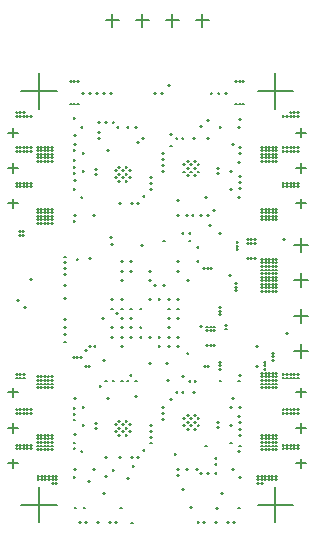
<source format=gbr>
G04*
G04 #@! TF.GenerationSoftware,Altium Limited,Altium Designer,24.8.2 (39)*
G04*
G04 Layer_Color=128*
%FSLAX25Y25*%
%MOIN*%
G70*
G04*
G04 #@! TF.SameCoordinates,30F909D6-0262-4237-A391-FF9CD089CF35*
G04*
G04*
G04 #@! TF.FilePolarity,Positive*
G04*
G01*
G75*
%ADD12C,0.00500*%
D12*
X64016Y173228D02*
X68347D01*
X66181Y171063D02*
Y175394D01*
X54016Y173228D02*
X58346D01*
X56181Y171063D02*
Y175394D01*
X44016Y173228D02*
X48346D01*
X46181Y171063D02*
Y175394D01*
X34016Y173228D02*
X38346D01*
X36181Y171063D02*
Y175394D01*
X5906Y149606D02*
X17717D01*
X11811Y143701D02*
Y155512D01*
X84646Y149606D02*
X96457D01*
X90551Y143701D02*
Y155512D01*
X5906Y11811D02*
X17717D01*
X11811Y5906D02*
Y17717D01*
X84646Y11811D02*
X96457D01*
X90551Y5906D02*
Y17717D01*
X96850Y98425D02*
X101575D01*
X99213Y96063D02*
Y100787D01*
X96850Y86614D02*
X101575D01*
X99213Y84252D02*
Y88976D01*
X1575Y124016D02*
X4724D01*
X3150Y122441D02*
Y125591D01*
X1575Y112205D02*
X4724D01*
X3150Y110630D02*
Y113779D01*
X1575Y135827D02*
X4724D01*
X3150Y134252D02*
Y137402D01*
X1575Y25591D02*
X4724D01*
X3150Y24016D02*
Y27165D01*
X1575Y49213D02*
X4724D01*
X3150Y47638D02*
Y50787D01*
X1575Y37402D02*
X4724D01*
X3150Y35827D02*
Y38976D01*
X97638Y124016D02*
X100787D01*
X99213Y122441D02*
Y125591D01*
X97638Y135827D02*
X100787D01*
X99213Y134252D02*
Y137402D01*
X97638Y112205D02*
X100787D01*
X99213Y110630D02*
Y113779D01*
X97638Y49213D02*
X100787D01*
X99213Y47638D02*
Y50787D01*
X97638Y25591D02*
X100787D01*
X99213Y24016D02*
Y27165D01*
X97638Y37402D02*
X100787D01*
X99213Y35827D02*
Y38976D01*
X96850Y74803D02*
X101575D01*
X99213Y72441D02*
Y77165D01*
X96850Y62992D02*
X101575D01*
X99213Y60630D02*
Y65354D01*
X93012Y54132D02*
X93602D01*
X93307Y53837D02*
Y54427D01*
X93012Y55313D02*
X93602D01*
X93307Y55018D02*
Y55608D01*
X94193Y54132D02*
X94784D01*
X94488Y53837D02*
Y54427D01*
X94193Y55313D02*
X94784D01*
X94488Y55018D02*
Y55608D01*
X95374Y54132D02*
X95965D01*
X95669Y53837D02*
Y54427D01*
X95374Y55313D02*
X95965D01*
X95669Y55018D02*
Y55608D01*
X96555Y54132D02*
X97146D01*
X96850Y53837D02*
Y54427D01*
X96555Y55313D02*
X97146D01*
X96850Y55018D02*
Y55608D01*
X97736Y54132D02*
X98327D01*
X98032Y53837D02*
Y54427D01*
X97736Y55313D02*
X98327D01*
X98032Y55018D02*
Y55608D01*
X61712Y52968D02*
X62303D01*
X62008Y52672D02*
Y53263D01*
X63681Y52968D02*
X64271D01*
X63976Y52672D02*
Y53263D01*
X53248Y85039D02*
X53839D01*
X53543Y84744D02*
Y85335D01*
X61021Y62205D02*
X61611D01*
X61316Y61910D02*
Y62500D01*
X59547Y54528D02*
X60138D01*
X59842Y54232D02*
Y54823D01*
X28445Y94095D02*
X29035D01*
X28740Y93799D02*
Y94390D01*
X35531Y100984D02*
X36122D01*
X35827Y100689D02*
Y101279D01*
X39075Y86614D02*
X39665D01*
X39370Y86319D02*
Y86909D01*
X42618Y5810D02*
X43209D01*
X42913Y5514D02*
Y6105D01*
X23327Y152953D02*
X23917D01*
X23622Y152657D02*
Y153248D01*
X24508Y152953D02*
X25098D01*
X24803Y152657D02*
Y153248D01*
X22146Y152953D02*
X22736D01*
X22441Y152657D02*
Y153248D01*
X78445Y152953D02*
X79035D01*
X78740Y152657D02*
Y153248D01*
X79626Y152953D02*
X80216D01*
X79921Y152657D02*
Y153248D01*
X77264Y152953D02*
X77854D01*
X77559Y152657D02*
Y153248D01*
X78445Y145472D02*
X79035D01*
X78740Y145177D02*
Y145768D01*
X79626Y145472D02*
X80216D01*
X79921Y145177D02*
Y145768D01*
X77264Y145472D02*
X77854D01*
X77559Y145177D02*
Y145768D01*
X23327Y145472D02*
X23917D01*
X23622Y145177D02*
Y145768D01*
X24508Y145472D02*
X25098D01*
X24803Y145177D02*
Y145768D01*
X22146Y145472D02*
X22736D01*
X22441Y145177D02*
Y145768D01*
X71358Y148868D02*
X71948D01*
X71653Y148573D02*
Y149164D01*
X68996Y148868D02*
X69586D01*
X69291Y148573D02*
Y149164D01*
X73721Y148868D02*
X74311D01*
X74016Y148573D02*
Y149164D01*
X54823Y151575D02*
X55413D01*
X55118Y151279D02*
Y151870D01*
X50098Y148868D02*
X50689D01*
X50393Y148573D02*
Y149164D01*
X52460Y148868D02*
X53051D01*
X52755Y148573D02*
Y149164D01*
X35532Y148868D02*
X36122D01*
X35827Y148573D02*
Y149164D01*
X28446Y148868D02*
X29036D01*
X28741Y148573D02*
Y149164D01*
X26083Y148868D02*
X26673D01*
X26378Y148573D02*
Y149164D01*
X33170Y148868D02*
X33760D01*
X33465Y148573D02*
Y149164D01*
X30807Y148868D02*
X31397D01*
X31102Y148573D02*
Y149164D01*
X70768Y10630D02*
X71358D01*
X71063Y10335D02*
Y10925D01*
X8761Y141340D02*
X9351D01*
X9056Y141044D02*
Y141635D01*
X6399Y142521D02*
X6989D01*
X6694Y142225D02*
Y142816D01*
X20177Y94488D02*
X20768D01*
X20472Y94193D02*
Y94784D01*
X68895Y90551D02*
X69485D01*
X69190Y90256D02*
Y90847D01*
X67714Y90551D02*
X68304D01*
X68009Y90256D02*
Y90847D01*
X25492Y61102D02*
X26083D01*
X25787Y60807D02*
Y61397D01*
X23130Y61102D02*
X23721D01*
X23425Y60807D02*
Y61397D01*
X24311Y61102D02*
X24902D01*
X24606Y60807D02*
Y61397D01*
X5119Y101772D02*
X5710D01*
X5414Y101476D02*
Y102067D01*
X6300Y101772D02*
X6891D01*
X6595Y101476D02*
Y102067D01*
X5119Y102953D02*
X5710D01*
X5414Y102657D02*
Y103248D01*
X6300Y102953D02*
X6891D01*
X6595Y102657D02*
Y103248D01*
X35925Y70866D02*
X36516D01*
X36220Y70571D02*
Y71161D01*
X33957Y53150D02*
X34547D01*
X34252Y52854D02*
Y53445D01*
X83405Y100295D02*
X83996D01*
X83701Y100000D02*
Y100591D01*
X81043Y100295D02*
X81634D01*
X81339Y100000D02*
Y100591D01*
X82224Y100295D02*
X82815D01*
X82520Y100000D02*
Y100591D01*
X81043Y99114D02*
X81634D01*
X81339Y98819D02*
Y99409D01*
X82224Y99114D02*
X82815D01*
X82520Y98819D02*
Y99409D01*
X83405Y99114D02*
X83996D01*
X83701Y98819D02*
Y99409D01*
X69941Y71161D02*
X70532D01*
X70236Y70866D02*
Y71457D01*
X68760Y71161D02*
X69350D01*
X69055Y70866D02*
Y71457D01*
X67579Y71161D02*
X68169D01*
X67874Y70866D02*
Y71457D01*
X69941Y69980D02*
X70532D01*
X70236Y69685D02*
Y70275D01*
X68760Y69980D02*
X69350D01*
X69055Y69685D02*
Y70275D01*
X67579Y69980D02*
X68169D01*
X67874Y69685D02*
Y70275D01*
X71752Y75197D02*
X72342D01*
X72047Y74902D02*
Y75492D01*
X71752Y76378D02*
X72342D01*
X72047Y76083D02*
Y76673D01*
X71752Y77559D02*
X72342D01*
X72047Y77264D02*
Y77854D01*
X67579Y64862D02*
X68169D01*
X67874Y64567D02*
Y65158D01*
X68760Y64862D02*
X69350D01*
X69055Y64567D02*
Y65158D01*
X69941Y64862D02*
X70532D01*
X70236Y64567D02*
Y65158D01*
X75459Y44291D02*
X76049D01*
X75754Y43996D02*
Y44587D01*
X71161Y39370D02*
X71752D01*
X71457Y39075D02*
Y39665D01*
X71161Y37795D02*
X71752D01*
X71457Y37500D02*
Y38091D01*
X64075Y23622D02*
X64665D01*
X64370Y23327D02*
Y23917D01*
X37697Y137795D02*
X38287D01*
X37992Y137500D02*
Y138091D01*
X6398Y55315D02*
X6988D01*
X6693Y55020D02*
Y55610D01*
X6398Y54134D02*
X6988D01*
X6693Y53839D02*
Y54429D01*
X5217Y55315D02*
X5807D01*
X5512Y55020D02*
Y55610D01*
X5217Y54134D02*
X5807D01*
X5512Y53839D02*
Y54429D01*
X4035Y55315D02*
X4626D01*
X4331Y55020D02*
Y55610D01*
X4035Y54134D02*
X4626D01*
X4331Y53839D02*
Y54429D01*
X59350Y102362D02*
X59941D01*
X59646Y102067D02*
Y102657D01*
X53248Y99803D02*
X53839D01*
X53543Y99508D02*
Y100098D01*
X48947Y119094D02*
X49538D01*
X49242Y118799D02*
Y119389D01*
X68602Y105118D02*
X69193D01*
X68898Y104823D02*
Y105413D01*
X71752Y102362D02*
X72342D01*
X72047Y102067D02*
Y102657D01*
X8760Y87008D02*
X9350D01*
X9055Y86713D02*
Y87303D01*
X4429Y79921D02*
X5020D01*
X4724Y79626D02*
Y80216D01*
X6763Y77756D02*
X7354D01*
X7058Y77461D02*
Y78051D01*
X66533Y90551D02*
X67123D01*
X66828Y90256D02*
Y90847D01*
X64373Y92913D02*
X64963D01*
X64668Y92618D02*
Y93209D01*
X65453Y22244D02*
X66043D01*
X65748Y21949D02*
Y22539D01*
X70374Y27362D02*
X70965D01*
X70669Y27067D02*
Y27657D01*
X70374Y25394D02*
X70965D01*
X70669Y25098D02*
Y25689D01*
X33959Y139173D02*
X34549D01*
X34254Y138878D02*
Y139469D01*
X39075Y64567D02*
X39665D01*
X39370Y64272D02*
Y64862D01*
X26673Y10827D02*
X27264D01*
X26969Y10531D02*
Y11122D01*
X84153Y58071D02*
X84744D01*
X84449Y57776D02*
Y58366D01*
X41043Y137795D02*
X41634D01*
X41339Y137500D02*
Y138091D01*
X25689Y137795D02*
X26280D01*
X25984Y137500D02*
Y138091D01*
X23524Y134843D02*
X24114D01*
X23819Y134547D02*
Y135138D01*
X20177Y88583D02*
X20768D01*
X20472Y88287D02*
Y88878D01*
X20177Y68504D02*
X20768D01*
X20472Y68209D02*
Y68799D01*
X61128Y39370D02*
X61718D01*
X61423Y39074D02*
Y39665D01*
X63490Y39370D02*
X64080D01*
X63785Y39074D02*
Y39665D01*
X62309Y38188D02*
X62899D01*
X62604Y37893D02*
Y38484D01*
X62309Y40551D02*
X62899D01*
X62604Y40255D02*
Y40846D01*
X59947Y38188D02*
X60537D01*
X60242Y37893D02*
Y38484D01*
X61128Y37007D02*
X61718D01*
X61423Y36712D02*
Y37303D01*
X63490Y37007D02*
X64080D01*
X63785Y36712D02*
Y37303D01*
X64671Y38188D02*
X65261D01*
X64966Y37893D02*
Y38484D01*
X64671Y40551D02*
X65261D01*
X64966Y40255D02*
Y40846D01*
X63490Y41732D02*
X64080D01*
X63785Y41436D02*
Y42027D01*
X61128Y41732D02*
X61718D01*
X61423Y41436D02*
Y42027D01*
X59947Y40551D02*
X60537D01*
X60242Y40255D02*
Y40846D01*
X52825Y40354D02*
X53415D01*
X53120Y40059D02*
Y40649D01*
X52825Y42323D02*
X53415D01*
X53120Y42028D02*
Y42618D01*
X38282Y122048D02*
X38872D01*
X38577Y121753D02*
Y122343D01*
X40644Y122048D02*
X41235D01*
X40939Y121753D02*
Y122343D01*
X39463Y120867D02*
X40054D01*
X39758Y120571D02*
Y121162D01*
X39463Y123229D02*
X40054D01*
X39758Y122934D02*
Y123524D01*
X37101Y120867D02*
X37691D01*
X37396Y120571D02*
Y121162D01*
X38282Y119685D02*
X38872D01*
X38577Y119390D02*
Y119981D01*
X40644Y119685D02*
X41235D01*
X40939Y119390D02*
Y119981D01*
X41825Y120867D02*
X42416D01*
X42121Y120571D02*
Y121162D01*
X41825Y123229D02*
X42416D01*
X42121Y122934D02*
Y123524D01*
X40644Y124410D02*
X41235D01*
X40939Y124115D02*
Y124705D01*
X38282Y124410D02*
X38872D01*
X38577Y124115D02*
Y124705D01*
X37101Y123229D02*
X37691D01*
X37396Y122934D02*
Y123524D01*
X57973Y108268D02*
X58563D01*
X58268Y107972D02*
Y108563D01*
X59947Y122834D02*
X60537D01*
X60242Y122539D02*
Y123129D01*
X57973Y113386D02*
X58563D01*
X58268Y113091D02*
Y113681D01*
X59947Y125196D02*
X60537D01*
X60242Y124901D02*
Y125492D01*
X61128Y124015D02*
X61718D01*
X61423Y123720D02*
Y124311D01*
X63490Y124015D02*
X64080D01*
X63785Y123720D02*
Y124311D01*
X62309Y122834D02*
X62899D01*
X62604Y122539D02*
Y123129D01*
X62309Y125196D02*
X62899D01*
X62604Y124901D02*
Y125492D01*
X61128Y121653D02*
X61718D01*
X61423Y121358D02*
Y121948D01*
X63490Y121653D02*
X64080D01*
X63785Y121358D02*
Y121948D01*
X64671Y122834D02*
X65261D01*
X64966Y122539D02*
Y123129D01*
X64671Y125196D02*
X65261D01*
X64966Y124901D02*
Y125492D01*
X63490Y126377D02*
X64080D01*
X63785Y126082D02*
Y126673D01*
X61128Y126377D02*
X61718D01*
X61423Y126082D02*
Y126673D01*
X37101Y38583D02*
X37691D01*
X37396Y38288D02*
Y38878D01*
X38282Y39764D02*
X38872D01*
X38577Y39469D02*
Y40060D01*
X40644Y39764D02*
X41235D01*
X40939Y39469D02*
Y40060D01*
X41825Y38583D02*
X42416D01*
X42121Y38288D02*
Y38878D01*
X41825Y36221D02*
X42416D01*
X42121Y35926D02*
Y36516D01*
X40644Y35040D02*
X41235D01*
X40939Y34745D02*
Y35335D01*
X38282Y35040D02*
X38872D01*
X38577Y34745D02*
Y35335D01*
X37101Y36221D02*
X37691D01*
X37396Y35926D02*
Y36516D01*
X39463Y38583D02*
X40054D01*
X39758Y38288D02*
Y38878D01*
X39463Y36221D02*
X40054D01*
X39758Y35926D02*
Y36516D01*
X40644Y37402D02*
X41235D01*
X40939Y37107D02*
Y37697D01*
X38282Y37402D02*
X38872D01*
X38577Y37107D02*
Y37697D01*
X73721Y71655D02*
X74311D01*
X74016Y71359D02*
Y71950D01*
X54626Y53347D02*
X55216D01*
X54921Y53051D02*
Y53642D01*
X54232Y59055D02*
X54823D01*
X54528Y58760D02*
Y59350D01*
X45965Y98425D02*
X46555D01*
X46260Y98130D02*
Y98721D01*
X35728Y98622D02*
X36319D01*
X36024Y98327D02*
Y98917D01*
X61122Y86614D02*
X61712D01*
X61417Y86319D02*
Y86909D01*
X48524Y59055D02*
X49114D01*
X48819Y58760D02*
Y59350D01*
X42028Y55118D02*
X42618D01*
X42323Y54823D02*
Y55413D01*
X33169Y60039D02*
X33760D01*
X33465Y59744D02*
Y60335D01*
X65453Y71457D02*
X66043D01*
X65748Y71161D02*
Y71752D01*
X57973Y67716D02*
X58563D01*
X58268Y67421D02*
Y68011D01*
X57973Y74016D02*
X58563D01*
X58268Y73721D02*
Y74311D01*
X48524Y80315D02*
X49114D01*
X48819Y80020D02*
Y80610D01*
X51673Y80315D02*
X52263D01*
X51968Y80020D02*
Y80610D01*
X20177Y84842D02*
X20768D01*
X20472Y84547D02*
Y85138D01*
X43012Y24606D02*
X43602D01*
X43307Y24311D02*
Y24902D01*
X24311Y93504D02*
X24902D01*
X24606Y93209D02*
Y93799D01*
X44587Y132555D02*
X45177D01*
X44882Y132260D02*
Y132850D01*
X48951Y117130D02*
X49542D01*
X49246Y116835D02*
Y117426D01*
X27067Y63189D02*
X27657D01*
X27362Y62894D02*
Y63484D01*
X20177Y71063D02*
X20768D01*
X20472Y70768D02*
Y71358D01*
X43799Y53150D02*
X44390D01*
X44094Y52854D02*
Y53445D01*
X57776Y21654D02*
X58366D01*
X58071Y21358D02*
Y21949D01*
X46161Y134055D02*
X46752D01*
X46457Y133760D02*
Y134350D01*
X52824Y123031D02*
X53415D01*
X53120Y122736D02*
Y123327D01*
X48947Y38386D02*
X49538D01*
X49242Y38090D02*
Y38681D01*
X50098Y85039D02*
X50689D01*
X50394Y84744D02*
Y85335D01*
X20177Y66142D02*
X20768D01*
X20472Y65847D02*
Y66437D01*
X20177Y73622D02*
X20768D01*
X20472Y73327D02*
Y73917D01*
X28248Y19685D02*
X28839D01*
X28543Y19390D02*
Y19980D01*
X44390Y112205D02*
X44980D01*
X44685Y111909D02*
Y112500D01*
X55413Y135433D02*
X56004D01*
X55709Y135138D02*
Y135728D01*
X65453Y137992D02*
X66043D01*
X65748Y137697D02*
Y138287D01*
X67815Y139961D02*
X68405D01*
X68110Y139665D02*
Y140256D01*
X77658Y96949D02*
X78248D01*
X77953Y96653D02*
Y97244D01*
X28248Y57874D02*
X28839D01*
X28543Y57579D02*
Y58169D01*
X27067Y57874D02*
X27657D01*
X27362Y57579D02*
Y58169D01*
X20177Y80709D02*
X20768D01*
X20472Y80413D02*
Y81004D01*
X67923Y57874D02*
X68513D01*
X68218Y57579D02*
Y58169D01*
X66742Y57874D02*
X67332D01*
X67037Y57579D02*
Y58169D01*
X81043Y93996D02*
X81634D01*
X81339Y93701D02*
Y94291D01*
X78445Y39173D02*
X79035D01*
X78740Y38878D02*
Y39469D01*
X77658Y99311D02*
X78248D01*
X77953Y99016D02*
Y99606D01*
X93076Y100330D02*
X93666D01*
X93371Y100034D02*
Y100625D01*
X61712Y99803D02*
X62303D01*
X62008Y99508D02*
Y100099D01*
X61712Y102362D02*
X62303D01*
X62008Y102067D02*
Y102657D01*
X94193Y68898D02*
X94784D01*
X94488Y68602D02*
Y69193D01*
X86713Y59449D02*
X87303D01*
X87008Y59153D02*
Y59744D01*
X86713Y57087D02*
X87303D01*
X87008Y56791D02*
Y57382D01*
X86713Y58268D02*
X87303D01*
X87008Y57973D02*
Y58563D01*
X89468Y62402D02*
X90059D01*
X89764Y62106D02*
Y62697D01*
X89468Y60039D02*
X90059D01*
X89764Y59744D02*
Y60335D01*
X89468Y61221D02*
X90059D01*
X89764Y60925D02*
Y61516D01*
X71752Y57087D02*
X72342D01*
X72047Y56791D02*
Y57382D01*
X71752Y59449D02*
X72342D01*
X72047Y59153D02*
Y59744D01*
X71752Y58268D02*
X72342D01*
X72047Y57973D02*
Y58563D01*
X84120Y64567D02*
X84711D01*
X84416Y64272D02*
Y64862D01*
X73721Y70474D02*
X74311D01*
X74016Y70178D02*
Y70769D01*
X77067Y83268D02*
X77657D01*
X77362Y82973D02*
Y83563D01*
X77067Y85630D02*
X77657D01*
X77362Y85335D02*
Y85925D01*
X77067Y84449D02*
X77657D01*
X77362Y84153D02*
Y84744D01*
X75065Y88189D02*
X75656D01*
X75361Y87894D02*
Y88484D01*
X64373Y97638D02*
X64963D01*
X64668Y97342D02*
Y97933D01*
X77658Y98130D02*
X78248D01*
X77953Y97835D02*
Y98425D01*
X85925Y93701D02*
X86516D01*
X86221Y93405D02*
Y93996D01*
X87106Y93701D02*
X87697D01*
X87402Y93405D02*
Y93996D01*
X85925Y90158D02*
X86516D01*
X86221Y89862D02*
Y90453D01*
X85925Y91339D02*
X86516D01*
X86221Y91043D02*
Y91634D01*
X85925Y92520D02*
X86516D01*
X86221Y92224D02*
Y92815D01*
X85925Y86614D02*
X86516D01*
X86221Y86319D02*
Y86909D01*
X85925Y87795D02*
X86516D01*
X86221Y87500D02*
Y88090D01*
X85925Y88976D02*
X86516D01*
X86221Y88681D02*
Y89272D01*
X87106Y90158D02*
X87697D01*
X87402Y89862D02*
Y90453D01*
X87106Y91339D02*
X87697D01*
X87402Y91043D02*
Y91634D01*
X87106Y92520D02*
X87697D01*
X87402Y92224D02*
Y92815D01*
X87106Y86614D02*
X87697D01*
X87402Y86319D02*
Y86909D01*
X87106Y87795D02*
X87697D01*
X87402Y87500D02*
Y88090D01*
X87106Y88976D02*
X87697D01*
X87402Y88681D02*
Y89272D01*
X82224Y93996D02*
X82815D01*
X82520Y93701D02*
Y94291D01*
X83405Y93996D02*
X83996D01*
X83701Y93701D02*
Y94291D01*
X88287Y93701D02*
X88878D01*
X88583Y93405D02*
Y93996D01*
X88287Y90158D02*
X88878D01*
X88583Y89862D02*
Y90453D01*
X88287Y91339D02*
X88878D01*
X88583Y91043D02*
Y91634D01*
X88287Y92520D02*
X88878D01*
X88583Y92224D02*
Y92815D01*
X89468Y91339D02*
X90059D01*
X89764Y91043D02*
Y91634D01*
X89468Y92520D02*
X90059D01*
X89764Y92224D02*
Y92815D01*
X89468Y93701D02*
X90059D01*
X89764Y93405D02*
Y93996D01*
X90650Y91339D02*
X91240D01*
X90945Y91043D02*
Y91634D01*
X90650Y92520D02*
X91240D01*
X90945Y92224D02*
Y92815D01*
X90650Y93701D02*
X91240D01*
X90945Y93405D02*
Y93996D01*
X90650Y90158D02*
X91240D01*
X90945Y89862D02*
Y90453D01*
X89468Y90158D02*
X90059D01*
X89764Y89862D02*
Y90453D01*
X90650Y88976D02*
X91240D01*
X90945Y88681D02*
Y89272D01*
X88287Y88976D02*
X88878D01*
X88583Y88681D02*
Y89272D01*
X89468Y88976D02*
X90059D01*
X89764Y88681D02*
Y89272D01*
X90650Y87795D02*
X91240D01*
X90945Y87500D02*
Y88090D01*
X88287Y87795D02*
X88878D01*
X88583Y87500D02*
Y88090D01*
X89468Y87795D02*
X90059D01*
X89764Y87500D02*
Y88090D01*
X90650Y86614D02*
X91240D01*
X90945Y86319D02*
Y86909D01*
X88287Y86614D02*
X88878D01*
X88583Y86319D02*
Y86909D01*
X89468Y86614D02*
X90059D01*
X89764Y86319D02*
Y86909D01*
X90650Y85433D02*
X91240D01*
X90945Y85138D02*
Y85728D01*
X88287Y85433D02*
X88878D01*
X88583Y85138D02*
Y85728D01*
X89468Y85433D02*
X90059D01*
X89764Y85138D02*
Y85728D01*
X87106Y85433D02*
X87697D01*
X87402Y85138D02*
Y85728D01*
X85925Y85433D02*
X86516D01*
X86221Y85138D02*
Y85728D01*
X90650Y84252D02*
X91240D01*
X90945Y83957D02*
Y84547D01*
X88287Y84252D02*
X88878D01*
X88583Y83957D02*
Y84547D01*
X89468Y84252D02*
X90059D01*
X89764Y83957D02*
Y84547D01*
X87106Y84252D02*
X87697D01*
X87402Y83957D02*
Y84547D01*
X85925Y84252D02*
X86516D01*
X86221Y83957D02*
Y84547D01*
X85925Y83071D02*
X86516D01*
X86221Y82776D02*
Y83366D01*
X87106Y83071D02*
X87697D01*
X87402Y82776D02*
Y83366D01*
X89468Y83071D02*
X90059D01*
X89764Y82776D02*
Y83366D01*
X88287Y83071D02*
X88878D01*
X88583Y82776D02*
Y83366D01*
X90650Y83071D02*
X91240D01*
X90945Y82776D02*
Y83366D01*
X87106Y108071D02*
X87697D01*
X87402Y107776D02*
Y108366D01*
X85925Y110433D02*
X86516D01*
X86221Y110138D02*
Y110728D01*
X87106Y110433D02*
X87697D01*
X87402Y110138D02*
Y110728D01*
X87106Y109252D02*
X87697D01*
X87402Y108957D02*
Y109547D01*
X90650Y106890D02*
X91240D01*
X90945Y106595D02*
Y107185D01*
X89468Y109252D02*
X90059D01*
X89764Y108957D02*
Y109547D01*
X88287Y106890D02*
X88878D01*
X88583Y106595D02*
Y107185D01*
X89468Y106890D02*
X90059D01*
X89764Y106595D02*
Y107185D01*
X88287Y109252D02*
X88878D01*
X88583Y108957D02*
Y109547D01*
X89468Y108071D02*
X90059D01*
X89764Y107776D02*
Y108366D01*
X89468Y110433D02*
X90059D01*
X89764Y110138D02*
Y110728D01*
X85925Y108071D02*
X86516D01*
X86221Y107776D02*
Y108366D01*
X87106Y106890D02*
X87697D01*
X87402Y106595D02*
Y107185D01*
X90650Y109252D02*
X91240D01*
X90945Y108957D02*
Y109547D01*
X88287Y108071D02*
X88878D01*
X88583Y107776D02*
Y108366D01*
X85925Y109252D02*
X86516D01*
X86221Y108957D02*
Y109547D01*
X88287Y110433D02*
X88878D01*
X88583Y110138D02*
Y110728D01*
X85925Y106890D02*
X86516D01*
X86221Y106595D02*
Y107185D01*
X90650Y108071D02*
X91240D01*
X90945Y107776D02*
Y108366D01*
X90650Y110433D02*
X91240D01*
X90945Y110138D02*
Y110728D01*
X41161Y20552D02*
X41751D01*
X41456Y20257D02*
Y20847D01*
X38740Y10827D02*
X39330D01*
X39035Y10531D02*
Y11122D01*
X23662Y10827D02*
X24252D01*
X23957Y10531D02*
Y11122D01*
X33178Y15551D02*
X33768D01*
X33473Y15256D02*
Y15846D01*
X31209Y6103D02*
X31799D01*
X31504Y5807D02*
Y6398D01*
X35146Y6103D02*
X35736D01*
X35441Y5807D02*
Y6398D01*
X37115Y6103D02*
X37705D01*
X37410Y5807D02*
Y6398D01*
X25304Y6103D02*
X25894D01*
X25599Y5807D02*
Y6398D01*
X27272Y6103D02*
X27862D01*
X27567Y5807D02*
Y6398D01*
X64674Y6103D02*
X65264D01*
X64969Y5807D02*
Y6398D01*
X70579Y6103D02*
X71169D01*
X70874Y5807D02*
Y6398D01*
X66642Y6103D02*
X67232D01*
X66937Y5807D02*
Y6398D01*
X74516Y6103D02*
X75106D01*
X74811Y5807D02*
Y6398D01*
X72548Y15551D02*
X73138D01*
X72843Y15256D02*
Y15846D01*
X78110Y10827D02*
X78700D01*
X78405Y10531D02*
Y11122D01*
X76485Y6103D02*
X77075D01*
X76780Y5807D02*
Y6398D01*
X37500Y75590D02*
X38091D01*
X37795Y75295D02*
Y75886D01*
X45374Y77165D02*
X45964D01*
X45669Y76870D02*
Y77460D01*
X42225Y77165D02*
X42815D01*
X42520Y76870D02*
Y77460D01*
X39075Y80315D02*
X39665D01*
X39370Y80020D02*
Y80610D01*
X51673Y67716D02*
X52264D01*
X51968Y67421D02*
Y68012D01*
X51673Y64567D02*
X52264D01*
X51968Y64272D02*
Y64862D01*
X60728Y23622D02*
X61319D01*
X61024Y23327D02*
Y23917D01*
X56988Y28740D02*
X57579D01*
X57284Y28445D02*
Y29035D01*
X57973Y64567D02*
X58563D01*
X58268Y64272D02*
Y64862D01*
X54823Y80315D02*
X55413D01*
X55118Y80020D02*
Y80610D01*
X59547Y16929D02*
X60138D01*
X59842Y16634D02*
Y17224D01*
X54823Y67716D02*
X55413D01*
X55118Y67421D02*
Y68012D01*
X54823Y70866D02*
X55413D01*
X55118Y70571D02*
Y71161D01*
X55413Y46850D02*
X56004D01*
X55709Y46555D02*
Y47146D01*
X52825Y44291D02*
X53415D01*
X53120Y43996D02*
Y44586D01*
X42224Y70866D02*
X42815D01*
X42520Y70571D02*
Y71161D01*
X57973Y80315D02*
X58563D01*
X58268Y80020D02*
Y80610D01*
X57973Y77165D02*
X58563D01*
X58268Y76870D02*
Y77460D01*
X62166Y11000D02*
X62756D01*
X62461Y10705D02*
Y11295D01*
X42224Y74016D02*
X42815D01*
X42520Y73721D02*
Y74311D01*
X45374Y70866D02*
X45965D01*
X45669Y70571D02*
Y71161D01*
X42421Y27559D02*
X43012D01*
X42717Y27264D02*
Y27854D01*
X45374Y67716D02*
X45965D01*
X45669Y67421D02*
Y68012D01*
X48524Y67716D02*
X49114D01*
X48819Y67421D02*
Y68012D01*
X54823Y77165D02*
X55413D01*
X55118Y76870D02*
Y77461D01*
X54823Y74016D02*
X55413D01*
X55118Y73721D02*
Y74311D01*
X54823Y64567D02*
X55413D01*
X55118Y64272D02*
Y64862D01*
X30020Y64567D02*
X30610D01*
X30315Y64272D02*
Y64862D01*
X36319Y53150D02*
X36909D01*
X36614Y52854D02*
Y53445D01*
X39075Y53150D02*
X39665D01*
X39370Y52854D02*
Y53445D01*
X41043Y53150D02*
X41634D01*
X41339Y52854D02*
Y53445D01*
X28445Y64567D02*
X29035D01*
X28740Y64272D02*
Y64862D01*
X35925Y67716D02*
X36516D01*
X36220Y67421D02*
Y68012D01*
X39075Y67716D02*
X39665D01*
X39370Y67421D02*
Y68012D01*
X42224Y67716D02*
X42815D01*
X42520Y67421D02*
Y68012D01*
X32776Y74016D02*
X33366D01*
X33071Y73721D02*
Y74311D01*
X20177Y90551D02*
X20768D01*
X20472Y90256D02*
Y90847D01*
X39075Y70866D02*
X39665D01*
X39370Y70571D02*
Y71161D01*
X39075Y77165D02*
X39665D01*
X39370Y76870D02*
Y77461D01*
X35925Y77165D02*
X36516D01*
X36220Y76870D02*
Y77461D01*
X35925Y80315D02*
X36516D01*
X36220Y80020D02*
Y80610D01*
X39075Y74016D02*
X39665D01*
X39370Y73721D02*
Y74311D01*
X20177Y92716D02*
X20768D01*
X20472Y92421D02*
Y93012D01*
X23327Y140551D02*
X23917D01*
X23622Y140256D02*
Y140847D01*
X23327Y106299D02*
X23917D01*
X23622Y106004D02*
Y106595D01*
X23327Y117126D02*
X23917D01*
X23622Y116831D02*
Y117421D01*
X23327Y129921D02*
X23917D01*
X23622Y129626D02*
Y130217D01*
X36319Y139173D02*
X36909D01*
X36614Y138878D02*
Y139469D01*
X46358Y114567D02*
X46949D01*
X46654Y114272D02*
Y114862D01*
X48947Y121063D02*
X49538D01*
X49242Y120768D02*
Y121359D01*
X43799Y137795D02*
X44390D01*
X44094Y137500D02*
Y138091D01*
X39075Y89764D02*
X39665D01*
X39370Y89468D02*
Y90059D01*
X39075Y92913D02*
X39665D01*
X39370Y92618D02*
Y93209D01*
X42224Y92913D02*
X42815D01*
X42520Y92618D02*
Y93209D01*
X42224Y89764D02*
X42815D01*
X42520Y89468D02*
Y90059D01*
X48524Y86614D02*
X49114D01*
X48819Y86319D02*
Y86909D01*
X48524Y89764D02*
X49114D01*
X48819Y89468D02*
Y90059D01*
X52825Y128937D02*
X53415D01*
X53120Y128641D02*
Y129232D01*
X55413Y131496D02*
X56004D01*
X55709Y131201D02*
Y131791D01*
X59350Y133858D02*
X59941D01*
X59646Y133563D02*
Y134153D01*
X63287Y133858D02*
X63878D01*
X63583Y133563D02*
Y134153D01*
X57382Y133858D02*
X57972D01*
X57677Y133563D02*
Y134153D01*
X60728Y108268D02*
X61319D01*
X61024Y107972D02*
Y108563D01*
X57973Y89764D02*
X58563D01*
X58268Y89469D02*
Y90059D01*
X57973Y92913D02*
X58563D01*
X58268Y92618D02*
Y93208D01*
X94193Y141339D02*
X94784D01*
X94488Y141043D02*
Y141634D01*
X93012Y141339D02*
X93602D01*
X93307Y141043D02*
Y141634D01*
X95374Y142520D02*
X95965D01*
X95669Y142224D02*
Y142815D01*
X95374Y141339D02*
X95965D01*
X95669Y141043D02*
Y141634D01*
X96555Y142520D02*
X97146D01*
X96850Y142224D02*
Y142815D01*
X96555Y141339D02*
X97146D01*
X96850Y141043D02*
Y141634D01*
X97736Y142520D02*
X98327D01*
X98032Y142224D02*
Y142815D01*
X97736Y141339D02*
X98327D01*
X98032Y141043D02*
Y141634D01*
X4036Y141340D02*
X4627D01*
X4332Y141044D02*
Y141635D01*
X4036Y142521D02*
X4627D01*
X4332Y142225D02*
Y142816D01*
X5218Y141340D02*
X5808D01*
X5513Y141044D02*
Y141635D01*
X5218Y142521D02*
X5808D01*
X5513Y142225D02*
Y142816D01*
X6399Y141340D02*
X6989D01*
X6694Y141044D02*
Y141635D01*
X7580Y141340D02*
X8170D01*
X7875Y141044D02*
Y141635D01*
X84547Y21457D02*
X85138D01*
X84842Y21161D02*
Y21752D01*
X85728Y21457D02*
X86319D01*
X86024Y21161D02*
Y21752D01*
X86910Y21457D02*
X87500D01*
X87205Y21161D02*
Y21752D01*
X88090Y21457D02*
X88681D01*
X88386Y21161D02*
Y21752D01*
X85728Y19094D02*
X86319D01*
X86024Y18799D02*
Y19390D01*
X84547Y19094D02*
X85138D01*
X84842Y18799D02*
Y19390D01*
X88090Y20276D02*
X88681D01*
X88386Y19980D02*
Y20571D01*
X89272Y20276D02*
X89862D01*
X89567Y19980D02*
Y20571D01*
X90453Y20276D02*
X91043D01*
X90748Y19980D02*
Y20571D01*
X86910Y20276D02*
X87500D01*
X87205Y19980D02*
Y20571D01*
X85728Y20276D02*
X86319D01*
X86024Y19980D02*
Y20571D01*
X84547Y20276D02*
X85138D01*
X84842Y19980D02*
Y20571D01*
X89272Y21457D02*
X89862D01*
X89567Y21161D02*
Y21752D01*
X90453Y21457D02*
X91043D01*
X90748Y21161D02*
Y21752D01*
X93012Y30510D02*
X93602D01*
X93307Y30215D02*
Y30805D01*
X93012Y31691D02*
X93602D01*
X93307Y31396D02*
Y31986D01*
X94193Y30510D02*
X94784D01*
X94488Y30215D02*
Y30805D01*
X94193Y31691D02*
X94784D01*
X94488Y31396D02*
Y31986D01*
X95374Y30510D02*
X95965D01*
X95669Y30215D02*
Y30805D01*
X95374Y31691D02*
X95965D01*
X95669Y31396D02*
Y31986D01*
X96555Y30510D02*
X97146D01*
X96850Y30215D02*
Y30805D01*
X96555Y31691D02*
X97146D01*
X96850Y31396D02*
Y31986D01*
X97736Y30510D02*
X98327D01*
X98032Y30215D02*
Y30805D01*
X97736Y31691D02*
X98327D01*
X98032Y31396D02*
Y31986D01*
X97736Y43502D02*
X98327D01*
X98032Y43207D02*
Y43797D01*
X97736Y42321D02*
X98327D01*
X98032Y42026D02*
Y42616D01*
X96555Y43502D02*
X97146D01*
X96850Y43207D02*
Y43797D01*
X96555Y42321D02*
X97146D01*
X96850Y42026D02*
Y42616D01*
X95374Y43502D02*
X95965D01*
X95669Y43207D02*
Y43797D01*
X95374Y42321D02*
X95965D01*
X95669Y42026D02*
Y42616D01*
X94193Y43502D02*
X94784D01*
X94488Y43207D02*
Y43797D01*
X94193Y42321D02*
X94784D01*
X94488Y42026D02*
Y42616D01*
X93012Y43502D02*
X93602D01*
X93307Y43207D02*
Y43797D01*
X93012Y42321D02*
X93602D01*
X93307Y42026D02*
Y42616D01*
X8761Y130906D02*
X9351D01*
X9056Y130611D02*
Y131202D01*
X8761Y129725D02*
X9351D01*
X9056Y129430D02*
Y130021D01*
X7580Y130906D02*
X8170D01*
X7875Y130611D02*
Y131202D01*
X7580Y129725D02*
X8170D01*
X7875Y129430D02*
Y130021D01*
X6399Y130906D02*
X6989D01*
X6694Y130611D02*
Y131202D01*
X6399Y129725D02*
X6989D01*
X6694Y129430D02*
Y130021D01*
X5218Y130906D02*
X5808D01*
X5513Y130611D02*
Y131202D01*
X5218Y129725D02*
X5808D01*
X5513Y129430D02*
Y130021D01*
X4036Y130906D02*
X4627D01*
X4332Y130611D02*
Y131202D01*
X4036Y129725D02*
X4627D01*
X4332Y129430D02*
Y130021D01*
X4036Y117914D02*
X4627D01*
X4332Y117619D02*
Y118210D01*
X4036Y119095D02*
X4627D01*
X4332Y118800D02*
Y119391D01*
X5218Y117914D02*
X5808D01*
X5513Y117619D02*
Y118210D01*
X5218Y119095D02*
X5808D01*
X5513Y118800D02*
Y119391D01*
X6399Y117914D02*
X6989D01*
X6694Y117619D02*
Y118210D01*
X6399Y119095D02*
X6989D01*
X6694Y118800D02*
Y119391D01*
X7580Y117914D02*
X8170D01*
X7875Y117619D02*
Y118210D01*
X7580Y119095D02*
X8170D01*
X7875Y118800D02*
Y119391D01*
X8761Y117914D02*
X9351D01*
X9056Y117619D02*
Y118210D01*
X8761Y119095D02*
X9351D01*
X9056Y118800D02*
Y119391D01*
X93012Y117913D02*
X93602D01*
X93307Y117618D02*
Y118209D01*
X93012Y119095D02*
X93602D01*
X93307Y118799D02*
Y119390D01*
X94193Y117913D02*
X94784D01*
X94488Y117618D02*
Y118209D01*
X94193Y119095D02*
X94784D01*
X94488Y118799D02*
Y119390D01*
X95374Y117913D02*
X95965D01*
X95669Y117618D02*
Y118209D01*
X95374Y119095D02*
X95965D01*
X95669Y118799D02*
Y119390D01*
X96555Y117913D02*
X97146D01*
X96850Y117618D02*
Y118209D01*
X96555Y119095D02*
X97146D01*
X96850Y118799D02*
Y119390D01*
X97736Y117913D02*
X98327D01*
X98032Y117618D02*
Y118209D01*
X97736Y119095D02*
X98327D01*
X98032Y118799D02*
Y119390D01*
X97736Y130905D02*
X98327D01*
X98032Y130610D02*
Y131201D01*
X97736Y129724D02*
X98327D01*
X98032Y129429D02*
Y130020D01*
X96555Y130905D02*
X97146D01*
X96850Y130610D02*
Y131201D01*
X96555Y129724D02*
X97146D01*
X96850Y129429D02*
Y130020D01*
X95374Y130905D02*
X95965D01*
X95669Y130610D02*
Y131201D01*
X95374Y129724D02*
X95965D01*
X95669Y129429D02*
Y130020D01*
X94193Y130905D02*
X94784D01*
X94488Y130610D02*
Y131201D01*
X94193Y129724D02*
X94784D01*
X94488Y129429D02*
Y130020D01*
X93012Y130905D02*
X93602D01*
X93307Y130610D02*
Y131201D01*
X93012Y129724D02*
X93602D01*
X93307Y129429D02*
Y130020D01*
X8760Y31693D02*
X9350D01*
X9055Y31398D02*
Y31988D01*
X8760Y30512D02*
X9350D01*
X9055Y30217D02*
Y30807D01*
X7579Y31693D02*
X8169D01*
X7874Y31398D02*
Y31988D01*
X7579Y30512D02*
X8169D01*
X7874Y30217D02*
Y30807D01*
X6398Y31693D02*
X6988D01*
X6693Y31398D02*
Y31988D01*
X6398Y30512D02*
X6988D01*
X6693Y30217D02*
Y30807D01*
X5217Y31693D02*
X5807D01*
X5512Y31398D02*
Y31988D01*
X5217Y30512D02*
X5807D01*
X5512Y30217D02*
Y30807D01*
X4035Y31693D02*
X4626D01*
X4331Y31398D02*
Y31988D01*
X4035Y30512D02*
X4626D01*
X4331Y30217D02*
Y30807D01*
X4035Y42323D02*
X4626D01*
X4331Y42028D02*
Y42618D01*
X4035Y43504D02*
X4626D01*
X4331Y43209D02*
Y43799D01*
X5217Y42323D02*
X5807D01*
X5512Y42028D02*
Y42618D01*
X5217Y43504D02*
X5807D01*
X5512Y43209D02*
Y43799D01*
X6398Y42323D02*
X6988D01*
X6693Y42028D02*
Y42618D01*
X6398Y43504D02*
X6988D01*
X6693Y43209D02*
Y43799D01*
X7579Y42323D02*
X8169D01*
X7874Y42028D02*
Y42618D01*
X7579Y43504D02*
X8169D01*
X7874Y43209D02*
Y43799D01*
X8760Y42323D02*
X9350D01*
X9055Y42028D02*
Y42618D01*
X8760Y43504D02*
X9350D01*
X9055Y43209D02*
Y43799D01*
X17224Y19094D02*
X17815D01*
X17520Y18799D02*
Y19390D01*
X16043Y19094D02*
X16634D01*
X16339Y18799D02*
Y19390D01*
X14862Y20276D02*
X15453D01*
X15157Y19980D02*
Y20571D01*
X16043Y20276D02*
X16634D01*
X16339Y19980D02*
Y20571D01*
X17224Y20276D02*
X17815D01*
X17520Y19980D02*
Y20571D01*
X13681Y20276D02*
X14272D01*
X13976Y19980D02*
Y20571D01*
X12500Y20276D02*
X13091D01*
X12795Y19980D02*
Y20571D01*
X11319Y20276D02*
X11909D01*
X11614Y19980D02*
Y20571D01*
X17224Y21457D02*
X17815D01*
X17520Y21161D02*
Y21752D01*
X16043Y21457D02*
X16634D01*
X16339Y21161D02*
Y21752D01*
X14862Y21457D02*
X15453D01*
X15157Y21161D02*
Y21752D01*
X13681Y21457D02*
X14272D01*
X13976Y21161D02*
Y21752D01*
X12500Y21457D02*
X13091D01*
X12795Y21161D02*
Y21752D01*
X11319Y21457D02*
X11909D01*
X11614Y21161D02*
Y21752D01*
X15846Y54528D02*
X16437D01*
X16142Y54232D02*
Y54823D01*
X15846Y53347D02*
X16437D01*
X16142Y53051D02*
Y53642D01*
X15846Y52165D02*
X16437D01*
X16142Y51870D02*
Y52461D01*
X15846Y50984D02*
X16437D01*
X16142Y50689D02*
Y51279D01*
X11122Y54527D02*
X11713D01*
X11417Y54232D02*
Y54823D01*
X12303Y54527D02*
X12894D01*
X12598Y54232D02*
Y54823D01*
X13484Y54527D02*
X14075D01*
X13780Y54232D02*
Y54823D01*
X14665Y54527D02*
X15256D01*
X14961Y54232D02*
Y54823D01*
X11122Y53347D02*
X11713D01*
X11417Y53051D02*
Y53642D01*
X12303Y53347D02*
X12894D01*
X12598Y53051D02*
Y53642D01*
X13484Y53347D02*
X14075D01*
X13780Y53051D02*
Y53642D01*
X14665Y53347D02*
X15256D01*
X14961Y53051D02*
Y53642D01*
X14665Y52165D02*
X15256D01*
X14961Y51870D02*
Y52461D01*
X13484Y52165D02*
X14075D01*
X13780Y51870D02*
Y52461D01*
X12303Y52165D02*
X12894D01*
X12598Y51870D02*
Y52461D01*
X11122Y52165D02*
X11713D01*
X11417Y51870D02*
Y52461D01*
X11122Y50984D02*
X11713D01*
X11417Y50689D02*
Y51279D01*
X12303Y50984D02*
X12894D01*
X12598Y50689D02*
Y51279D01*
X13484Y50984D02*
X14075D01*
X13780Y50689D02*
Y51279D01*
X14665Y50984D02*
X15256D01*
X14961Y50689D02*
Y51279D01*
X90650Y131102D02*
X91240D01*
X90945Y130807D02*
Y131398D01*
X89468Y131102D02*
X90059D01*
X89764Y130807D02*
Y131398D01*
X88287Y131102D02*
X88878D01*
X88583Y130807D02*
Y131398D01*
X87106Y131102D02*
X87697D01*
X87402Y130807D02*
Y131398D01*
X85925Y131102D02*
X86516D01*
X86221Y130807D02*
Y131398D01*
X90650Y129921D02*
X91240D01*
X90945Y129626D02*
Y130217D01*
X89468Y129921D02*
X90059D01*
X89764Y129626D02*
Y130217D01*
X88287Y129921D02*
X88878D01*
X88583Y129626D02*
Y130217D01*
X87106Y129921D02*
X87697D01*
X87402Y129626D02*
Y130217D01*
X85925Y129921D02*
X86516D01*
X86221Y129626D02*
Y130217D01*
X85925Y128740D02*
X86516D01*
X86221Y128445D02*
Y129035D01*
X87106Y128740D02*
X87697D01*
X87402Y128445D02*
Y129035D01*
X88287Y128740D02*
X88878D01*
X88583Y128445D02*
Y129035D01*
X89468Y128740D02*
X90059D01*
X89764Y128445D02*
Y129035D01*
X90650Y128740D02*
X91240D01*
X90945Y128445D02*
Y129035D01*
X85925Y127559D02*
X86516D01*
X86221Y127264D02*
Y127854D01*
X87106Y127559D02*
X87697D01*
X87402Y127264D02*
Y127854D01*
X88287Y127559D02*
X88878D01*
X88583Y127264D02*
Y127854D01*
X89468Y127559D02*
X90059D01*
X89764Y127264D02*
Y127854D01*
X90650Y127559D02*
X91240D01*
X90945Y127264D02*
Y127854D01*
X90650Y126378D02*
X91240D01*
X90945Y126083D02*
Y126673D01*
X89468Y126378D02*
X90059D01*
X89764Y126083D02*
Y126673D01*
X88287Y126378D02*
X88878D01*
X88583Y126083D02*
Y126673D01*
X87106Y126378D02*
X87697D01*
X87402Y126083D02*
Y126673D01*
X85925Y126378D02*
X86516D01*
X86221Y126083D02*
Y126673D01*
X15846Y35039D02*
X16437D01*
X16142Y34744D02*
Y35335D01*
X14665Y35039D02*
X15256D01*
X14961Y34744D02*
Y35335D01*
X13484Y35039D02*
X14075D01*
X13780Y34744D02*
Y35335D01*
X12303Y35039D02*
X12894D01*
X12598Y34744D02*
Y35335D01*
X11122Y35039D02*
X11713D01*
X11417Y34744D02*
Y35335D01*
X11122Y33858D02*
X11713D01*
X11417Y33563D02*
Y34154D01*
X12303Y33858D02*
X12894D01*
X12598Y33563D02*
Y34154D01*
X13484Y33858D02*
X14075D01*
X13780Y33563D02*
Y34154D01*
X14665Y33858D02*
X15256D01*
X14961Y33563D02*
Y34154D01*
X15846Y33858D02*
X16437D01*
X16142Y33563D02*
Y34154D01*
X11122Y32677D02*
X11713D01*
X11417Y32382D02*
Y32972D01*
X12303Y32677D02*
X12894D01*
X12598Y32382D02*
Y32972D01*
X13484Y32677D02*
X14075D01*
X13780Y32382D02*
Y32972D01*
X14665Y32677D02*
X15256D01*
X14961Y32382D02*
Y32972D01*
X15846Y32677D02*
X16437D01*
X16142Y32382D02*
Y32972D01*
X15846Y31496D02*
X16437D01*
X16142Y31201D02*
Y31791D01*
X14665Y31496D02*
X15256D01*
X14961Y31201D02*
Y31791D01*
X13484Y31496D02*
X14075D01*
X13780Y31201D02*
Y31791D01*
X12303Y31496D02*
X12894D01*
X12598Y31201D02*
Y31791D01*
X11122Y31496D02*
X11713D01*
X11417Y31201D02*
Y31791D01*
X15846Y30315D02*
X16437D01*
X16142Y30020D02*
Y30610D01*
X14665Y30315D02*
X15256D01*
X14961Y30020D02*
Y30610D01*
X13484Y30315D02*
X14075D01*
X13780Y30020D02*
Y30610D01*
X12303Y30315D02*
X12894D01*
X12598Y30020D02*
Y30610D01*
X11122Y30315D02*
X11713D01*
X11417Y30020D02*
Y30610D01*
X90650Y50984D02*
X91240D01*
X90945Y50689D02*
Y51279D01*
X89468Y50984D02*
X90059D01*
X89764Y50689D02*
Y51279D01*
X88287Y50984D02*
X88878D01*
X88583Y50689D02*
Y51279D01*
X87106Y50984D02*
X87697D01*
X87402Y50689D02*
Y51279D01*
X85925Y50984D02*
X86516D01*
X86221Y50689D02*
Y51279D01*
X90650Y52165D02*
X91240D01*
X90945Y51870D02*
Y52461D01*
X89468Y52165D02*
X90059D01*
X89764Y51870D02*
Y52461D01*
X88287Y52165D02*
X88878D01*
X88583Y51870D02*
Y52461D01*
X87106Y52165D02*
X87697D01*
X87402Y51870D02*
Y52461D01*
X85925Y52165D02*
X86516D01*
X86221Y51870D02*
Y52461D01*
X90650Y53347D02*
X91240D01*
X90945Y53051D02*
Y53642D01*
X89468Y53347D02*
X90059D01*
X89764Y53051D02*
Y53642D01*
X88287Y53347D02*
X88878D01*
X88583Y53051D02*
Y53642D01*
X87106Y53347D02*
X87697D01*
X87402Y53051D02*
Y53642D01*
X85925Y53347D02*
X86516D01*
X86221Y53051D02*
Y53642D01*
X90650Y54528D02*
X91240D01*
X90945Y54232D02*
Y54823D01*
X89468Y54528D02*
X90059D01*
X89764Y54232D02*
Y54823D01*
X88287Y54528D02*
X88878D01*
X88583Y54232D02*
Y54823D01*
X87106Y54528D02*
X87697D01*
X87402Y54232D02*
Y54823D01*
X85925Y54528D02*
X86516D01*
X86221Y54232D02*
Y54823D01*
X90650Y55709D02*
X91240D01*
X90945Y55413D02*
Y56004D01*
X89468Y55709D02*
X90059D01*
X89764Y55413D02*
Y56004D01*
X88287Y55709D02*
X88878D01*
X88583Y55413D02*
Y56004D01*
X87106Y55709D02*
X87697D01*
X87402Y55413D02*
Y56004D01*
X85925Y55709D02*
X86516D01*
X86221Y55413D02*
Y56004D01*
X85925Y30315D02*
X86516D01*
X86221Y30020D02*
Y30610D01*
X87106Y30315D02*
X87697D01*
X87402Y30020D02*
Y30610D01*
X88287Y30315D02*
X88878D01*
X88583Y30020D02*
Y30610D01*
X89468Y30315D02*
X90059D01*
X89764Y30020D02*
Y30610D01*
X90650Y30315D02*
X91240D01*
X90945Y30020D02*
Y30610D01*
X85925Y31496D02*
X86516D01*
X86221Y31201D02*
Y31791D01*
X87106Y31496D02*
X87697D01*
X87402Y31201D02*
Y31791D01*
X88287Y31496D02*
X88878D01*
X88583Y31201D02*
Y31791D01*
X89468Y31496D02*
X90059D01*
X89764Y31201D02*
Y31791D01*
X90650Y31496D02*
X91240D01*
X90945Y31201D02*
Y31791D01*
X90650Y32677D02*
X91240D01*
X90945Y32382D02*
Y32972D01*
X89468Y32677D02*
X90059D01*
X89764Y32382D02*
Y32972D01*
X88287Y32677D02*
X88878D01*
X88583Y32382D02*
Y32972D01*
X87106Y32677D02*
X87697D01*
X87402Y32382D02*
Y32972D01*
X85925Y32677D02*
X86516D01*
X86221Y32382D02*
Y32972D01*
X90650Y33858D02*
X91240D01*
X90945Y33563D02*
Y34154D01*
X89468Y33858D02*
X90059D01*
X89764Y33563D02*
Y34154D01*
X88287Y33858D02*
X88878D01*
X88583Y33563D02*
Y34154D01*
X87106Y33858D02*
X87697D01*
X87402Y33563D02*
Y34154D01*
X85925Y33858D02*
X86516D01*
X86221Y33563D02*
Y34154D01*
X90650Y35039D02*
X91240D01*
X90945Y34744D02*
Y35335D01*
X89468Y35039D02*
X90059D01*
X89764Y34744D02*
Y35335D01*
X88287Y35039D02*
X88878D01*
X88583Y34744D02*
Y35335D01*
X87106Y35039D02*
X87697D01*
X87402Y34744D02*
Y35335D01*
X85925Y35039D02*
X86516D01*
X86221Y34744D02*
Y35335D01*
X15846Y126378D02*
X16437D01*
X16142Y126083D02*
Y126673D01*
X14665Y126378D02*
X15256D01*
X14961Y126083D02*
Y126673D01*
X13484Y126378D02*
X14075D01*
X13780Y126083D02*
Y126673D01*
X12303Y126378D02*
X12894D01*
X12598Y126083D02*
Y126673D01*
X11122Y126378D02*
X11713D01*
X11417Y126083D02*
Y126673D01*
X15846Y105709D02*
X16437D01*
X16142Y105413D02*
Y106004D01*
X14665Y105709D02*
X15256D01*
X14961Y105413D02*
Y106004D01*
X13484Y105709D02*
X14075D01*
X13780Y105413D02*
Y106004D01*
X12303Y105709D02*
X12894D01*
X12598Y105413D02*
Y106004D01*
X11122Y105709D02*
X11713D01*
X11417Y105413D02*
Y106004D01*
X15846Y106890D02*
X16437D01*
X16142Y106595D02*
Y107185D01*
X14665Y106890D02*
X15256D01*
X14961Y106595D02*
Y107185D01*
X13484Y106890D02*
X14075D01*
X13780Y106595D02*
Y107185D01*
X12303Y106890D02*
X12894D01*
X12598Y106595D02*
Y107185D01*
X11122Y106890D02*
X11713D01*
X11417Y106595D02*
Y107185D01*
X15846Y108071D02*
X16437D01*
X16142Y107776D02*
Y108366D01*
X14665Y108071D02*
X15256D01*
X14961Y107776D02*
Y108366D01*
X13484Y108071D02*
X14075D01*
X13780Y107776D02*
Y108366D01*
X12303Y108071D02*
X12894D01*
X12598Y107776D02*
Y108366D01*
X11122Y108071D02*
X11713D01*
X11417Y107776D02*
Y108366D01*
X15846Y109252D02*
X16437D01*
X16142Y108957D02*
Y109547D01*
X14665Y109252D02*
X15256D01*
X14961Y108957D02*
Y109547D01*
X13484Y109252D02*
X14075D01*
X13780Y108957D02*
Y109547D01*
X12303Y109252D02*
X12894D01*
X12598Y108957D02*
Y109547D01*
X11122Y109252D02*
X11713D01*
X11417Y108957D02*
Y109547D01*
X15846Y110433D02*
X16437D01*
X16142Y110138D02*
Y110728D01*
X14665Y110433D02*
X15256D01*
X14961Y110138D02*
Y110728D01*
X13484Y110433D02*
X14075D01*
X13780Y110138D02*
Y110728D01*
X12303Y110433D02*
X12894D01*
X12598Y110138D02*
Y110728D01*
X11122Y110433D02*
X11713D01*
X11417Y110138D02*
Y110728D01*
X15846Y127559D02*
X16437D01*
X16142Y127264D02*
Y127854D01*
X14665Y127559D02*
X15256D01*
X14961Y127264D02*
Y127854D01*
X13484Y127559D02*
X14075D01*
X13780Y127264D02*
Y127854D01*
X12303Y127559D02*
X12894D01*
X12598Y127264D02*
Y127854D01*
X11122Y127559D02*
X11713D01*
X11417Y127264D02*
Y127854D01*
X15846Y128740D02*
X16437D01*
X16142Y128445D02*
Y129035D01*
X14665Y128740D02*
X15256D01*
X14961Y128445D02*
Y129035D01*
X13484Y128740D02*
X14075D01*
X13780Y128445D02*
Y129035D01*
X12303Y128740D02*
X12894D01*
X12598Y128445D02*
Y129035D01*
X11122Y128740D02*
X11713D01*
X11417Y128445D02*
Y129035D01*
X11122Y129921D02*
X11713D01*
X11417Y129626D02*
Y130217D01*
X12303Y129921D02*
X12894D01*
X12598Y129626D02*
Y130217D01*
X13484Y129921D02*
X14075D01*
X13780Y129626D02*
Y130217D01*
X14665Y129921D02*
X15256D01*
X14961Y129626D02*
Y130217D01*
X15846Y129921D02*
X16437D01*
X16142Y129626D02*
Y130217D01*
X11122Y131102D02*
X11713D01*
X11417Y130807D02*
Y131398D01*
X12303Y131102D02*
X12894D01*
X12598Y130807D02*
Y131398D01*
X13484Y131102D02*
X14075D01*
X13780Y130807D02*
Y131398D01*
X14665Y131102D02*
X15256D01*
X14961Y130807D02*
Y131398D01*
X15846Y131102D02*
X16437D01*
X16142Y130807D02*
Y131398D01*
X26313Y123031D02*
X26903D01*
X26608Y122736D02*
Y123327D01*
X29764Y108268D02*
X30354D01*
X30059Y107973D02*
Y108563D01*
X23524Y108268D02*
X24114D01*
X23819Y107973D02*
Y108563D01*
X23524Y131890D02*
X24114D01*
X23819Y131595D02*
Y132185D01*
X23524Y120079D02*
X24114D01*
X23819Y119783D02*
Y120374D01*
X25689Y114173D02*
X26280D01*
X25984Y113878D02*
Y114469D01*
X42421Y112205D02*
X43012D01*
X42717Y111909D02*
Y112500D01*
X38484Y112205D02*
X39075D01*
X38780Y111909D02*
Y112500D01*
X23327Y126575D02*
X23917D01*
X23622Y126279D02*
Y126870D01*
X26313Y128937D02*
X26903D01*
X26608Y128642D02*
Y129232D01*
X23327Y124409D02*
X23917D01*
X23622Y124114D02*
Y124705D01*
X34547Y129921D02*
X35138D01*
X34843Y129626D02*
Y130217D01*
X30610Y123622D02*
X31201D01*
X30906Y123327D02*
Y123917D01*
X30610Y122047D02*
X31201D01*
X30906Y121752D02*
Y122343D01*
X31398Y139173D02*
X31988D01*
X31693Y138878D02*
Y139469D01*
X31398Y134055D02*
X31988D01*
X31693Y133760D02*
Y134350D01*
X31398Y136024D02*
X31988D01*
X31693Y135728D02*
Y136319D01*
X23327Y122244D02*
X23917D01*
X23622Y121949D02*
Y122539D01*
X78248Y41339D02*
X78839D01*
X78543Y41043D02*
Y41634D01*
X78445Y31496D02*
X79035D01*
X78740Y31201D02*
Y31791D01*
X78445Y55118D02*
X79035D01*
X78740Y54823D02*
Y55413D01*
X67813Y22244D02*
X68403D01*
X68108Y21949D02*
Y22539D01*
X70374Y22244D02*
X70965D01*
X70669Y21949D02*
Y22539D01*
X78445Y20866D02*
X79035D01*
X78740Y20571D02*
Y21161D01*
X67224Y31496D02*
X67815D01*
X67520Y31201D02*
Y31791D01*
X78445Y37008D02*
X79035D01*
X78740Y36713D02*
Y37303D01*
X75459Y32480D02*
X76049D01*
X75754Y32185D02*
Y32776D01*
X78445Y34843D02*
X79035D01*
X78740Y34547D02*
Y35138D01*
X78445Y44291D02*
X79035D01*
X78740Y43996D02*
Y44587D01*
X76083Y23622D02*
X76673D01*
X76378Y23327D02*
Y23917D01*
X76083Y47244D02*
X76673D01*
X76378Y46949D02*
Y47539D01*
X78248Y53150D02*
X78839D01*
X78543Y52854D02*
Y53445D01*
X78248Y29528D02*
X78839D01*
X78543Y29232D02*
Y29823D01*
X72008Y53150D02*
X72598D01*
X72303Y52854D02*
Y53445D01*
X75459Y38386D02*
X76049D01*
X75754Y38091D02*
Y38681D01*
X57973Y23622D02*
X58563D01*
X58268Y23327D02*
Y23917D01*
X63287Y49213D02*
X63878D01*
X63583Y48917D02*
Y49508D01*
X59350Y49213D02*
X59941D01*
X59646Y48917D02*
Y49508D01*
X57382Y49213D02*
X57972D01*
X57677Y48917D02*
Y49508D01*
X75459Y123031D02*
X76049D01*
X75754Y122736D02*
Y123327D01*
X75459Y117126D02*
X76049D01*
X75754Y116831D02*
Y117421D01*
X76083Y131890D02*
X76673D01*
X76378Y131595D02*
Y132185D01*
X67224Y114173D02*
X67815D01*
X67520Y113878D02*
Y114469D01*
X71161Y124016D02*
X71752D01*
X71457Y123721D02*
Y124311D01*
X67815Y133858D02*
X68405D01*
X68110Y133563D02*
Y134153D01*
X71161Y122441D02*
X71752D01*
X71457Y122146D02*
Y122736D01*
X72008Y137795D02*
X72598D01*
X72303Y137500D02*
Y138091D01*
X52825Y126969D02*
X53415D01*
X53120Y126673D02*
Y127264D01*
X52825Y125000D02*
X53415D01*
X53120Y124705D02*
Y125295D01*
X78445Y121260D02*
X79035D01*
X78740Y120965D02*
Y121555D01*
X78445Y119291D02*
X79035D01*
X78740Y118996D02*
Y119587D01*
X78445Y117323D02*
X79035D01*
X78740Y117028D02*
Y117618D01*
X78445Y128937D02*
X79035D01*
X78740Y128642D02*
Y129232D01*
X78445Y130905D02*
X79035D01*
X78740Y130610D02*
Y131201D01*
X78445Y140354D02*
X79035D01*
X78740Y140059D02*
Y140650D01*
X62697Y108268D02*
X63287D01*
X62992Y107972D02*
Y108563D01*
X78248Y137795D02*
X78839D01*
X78543Y137500D02*
Y138091D01*
X78248Y125984D02*
X78839D01*
X78543Y125689D02*
Y126279D01*
X78248Y114173D02*
X78839D01*
X78543Y113878D02*
Y114469D01*
X65453Y108268D02*
X66043D01*
X65748Y107972D02*
Y108563D01*
X67815Y108268D02*
X68405D01*
X68110Y107972D02*
Y108563D01*
X69784Y110039D02*
X70374D01*
X70079Y109744D02*
Y110335D01*
X31988Y51378D02*
X32579D01*
X32283Y51083D02*
Y51673D01*
X23524Y47244D02*
X24114D01*
X23819Y46949D02*
Y47539D01*
X23524Y35433D02*
X24114D01*
X23819Y35138D02*
Y35728D01*
X23524Y23622D02*
X24114D01*
X23819Y23327D02*
Y23917D01*
X23327Y21063D02*
X23917D01*
X23622Y20768D02*
Y21358D01*
X23327Y30512D02*
X23917D01*
X23622Y30217D02*
Y30807D01*
X23327Y32480D02*
X23917D01*
X23622Y32185D02*
Y32776D01*
X23327Y44094D02*
X23917D01*
X23622Y43799D02*
Y44390D01*
X23327Y42126D02*
X23917D01*
X23622Y41831D02*
Y42421D01*
X23327Y40157D02*
X23917D01*
X23622Y39862D02*
Y40453D01*
X43799Y48031D02*
X44390D01*
X44094Y47736D02*
Y48327D01*
X48947Y36418D02*
X49538D01*
X49242Y36122D02*
Y36713D01*
X48947Y34449D02*
X49538D01*
X49242Y34153D02*
Y34744D01*
X48947Y32481D02*
X49538D01*
X49242Y32185D02*
Y32776D01*
X46358Y29921D02*
X46949D01*
X46654Y29626D02*
Y30217D01*
X38484Y27559D02*
X39075D01*
X38780Y27264D02*
Y27854D01*
X44390Y27559D02*
X44980D01*
X44685Y27264D02*
Y27854D01*
X36319Y23425D02*
X36909D01*
X36614Y23130D02*
Y23720D01*
X29764Y23622D02*
X30354D01*
X30059Y23327D02*
Y23917D01*
X33957Y21457D02*
X34547D01*
X34252Y21161D02*
Y21752D01*
X30610Y38976D02*
X31201D01*
X30906Y38681D02*
Y39272D01*
X33957Y27559D02*
X34547D01*
X34252Y27264D02*
Y27854D01*
X30610Y37402D02*
X31201D01*
X30906Y37106D02*
Y37697D01*
X34547Y47244D02*
X35138D01*
X34843Y46949D02*
Y47539D01*
X25689Y29528D02*
X26280D01*
X25984Y29232D02*
Y29823D01*
X26313Y44291D02*
X26903D01*
X26608Y43996D02*
Y44587D01*
X26313Y38386D02*
X26903D01*
X26608Y38091D02*
Y38681D01*
M02*

</source>
